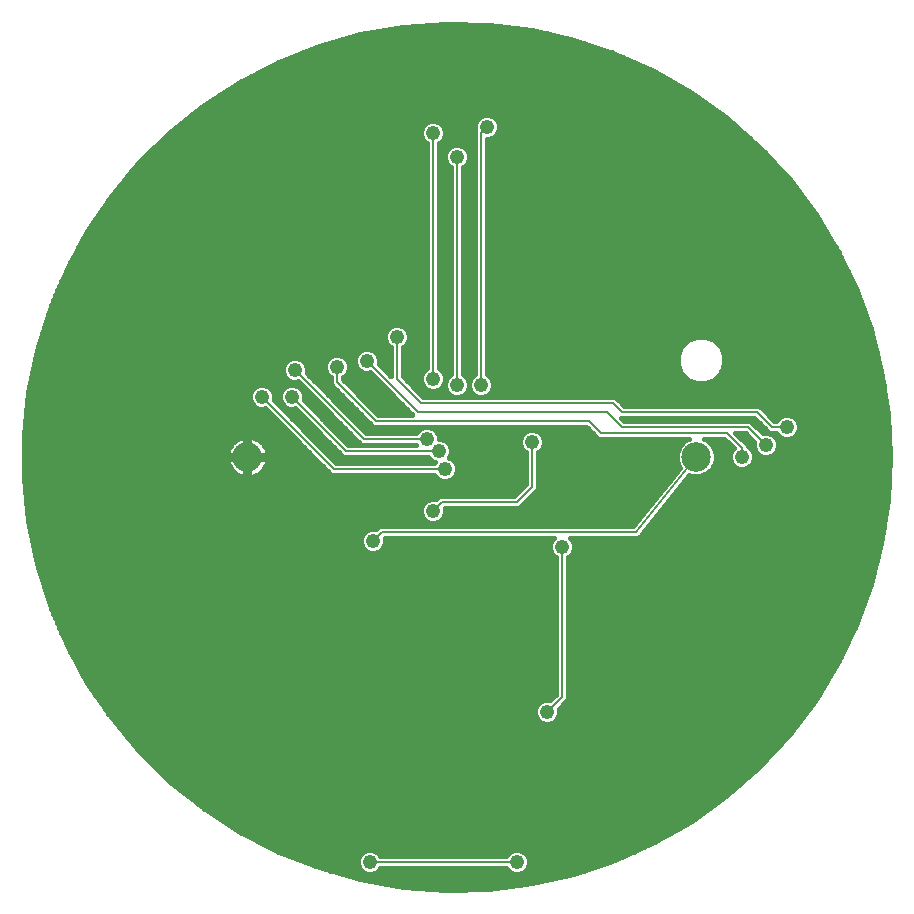
<source format=gbl>
G75*
G70*
%OFA0B0*%
%FSLAX24Y24*%
%IPPOS*%
%LPD*%
%AMOC8*
5,1,8,0,0,1.08239X$1,22.5*
%
%ADD10C,0.0984*%
%ADD11C,0.0160*%
%ADD12C,0.0480*%
%ADD13C,0.0080*%
D10*
X010708Y017688D03*
X025669Y017688D03*
D11*
X027947Y007541D02*
X007436Y007541D01*
X007599Y007383D02*
X027800Y007383D01*
X027771Y007351D02*
X026691Y006399D01*
X025523Y005558D01*
X024276Y004838D01*
X022964Y004246D01*
X021599Y003788D01*
X020196Y003468D01*
X018767Y003289D01*
X017328Y003253D01*
X015893Y003360D01*
X014475Y003610D01*
X013089Y004000D01*
X011749Y004526D01*
X010468Y005183D01*
X009259Y005964D01*
X008133Y006861D01*
X007103Y007866D01*
X006178Y008969D01*
X005367Y010159D01*
X004678Y011423D01*
X004119Y012749D01*
X003695Y014125D01*
X003409Y015536D01*
X003266Y016968D01*
X003266Y018408D01*
X003409Y019840D01*
X003695Y021251D01*
X004119Y022627D01*
X004678Y023953D01*
X005367Y025218D01*
X006178Y026407D01*
X007103Y027510D01*
X008133Y028515D01*
X009259Y029413D01*
X010468Y030194D01*
X011749Y030850D01*
X013089Y031376D01*
X014475Y031766D01*
X015893Y032016D01*
X017328Y032124D01*
X018767Y032088D01*
X020196Y031909D01*
X021599Y031588D01*
X022964Y031130D01*
X024276Y030538D01*
X025523Y029818D01*
X026691Y028978D01*
X027771Y028025D01*
X028750Y026970D01*
X029619Y025823D01*
X030370Y024594D01*
X030994Y023297D01*
X031487Y021944D01*
X031842Y020549D01*
X032056Y019126D01*
X032128Y017688D01*
X028068Y017688D01*
X028215Y017749D01*
X028327Y017862D01*
X028388Y018009D01*
X028388Y018168D01*
X028327Y018315D01*
X028215Y018427D01*
X028068Y018488D01*
X027909Y018488D01*
X027882Y018477D01*
X027471Y018888D01*
X027305Y018888D01*
X023271Y018888D01*
X023171Y018988D01*
X023271Y018988D01*
X027605Y018988D01*
X028105Y018488D01*
X028271Y018488D01*
X028338Y018488D01*
X028349Y018462D01*
X028462Y018349D01*
X028609Y018288D01*
X028768Y018288D01*
X028915Y018349D01*
X029027Y018462D01*
X029088Y018609D01*
X029088Y018768D01*
X029027Y018915D01*
X028915Y019027D01*
X028768Y019088D01*
X028609Y019088D01*
X028462Y019027D01*
X028349Y018915D01*
X028338Y018888D01*
X028271Y018888D01*
X027888Y019271D01*
X027771Y019388D01*
X023271Y019388D01*
X023088Y019571D01*
X022971Y019688D01*
X016571Y019688D01*
X015888Y020371D01*
X015888Y021338D01*
X015915Y021349D01*
X016027Y021462D01*
X016088Y021609D01*
X016088Y021768D01*
X016027Y021915D01*
X015915Y022027D01*
X015768Y022088D01*
X015609Y022088D01*
X015462Y022027D01*
X015349Y021915D01*
X015288Y021768D01*
X015288Y021609D01*
X015349Y021462D01*
X015462Y021349D01*
X015488Y021338D01*
X015488Y020371D01*
X015077Y020782D01*
X015088Y020809D01*
X015088Y020968D01*
X015027Y021115D01*
X014915Y021227D01*
X014768Y021288D01*
X014609Y021288D01*
X014462Y021227D01*
X014349Y021115D01*
X014288Y020968D01*
X014288Y020809D01*
X014349Y020662D01*
X014462Y020549D01*
X014609Y020488D01*
X014768Y020488D01*
X014794Y020499D01*
X016205Y019088D01*
X015071Y019088D01*
X013888Y020271D01*
X013888Y020338D01*
X013915Y020349D01*
X014027Y020462D01*
X014088Y020609D01*
X014088Y020768D01*
X014027Y020915D01*
X013915Y021027D01*
X013768Y021088D01*
X013609Y021088D01*
X013462Y021027D01*
X013349Y020915D01*
X013288Y020768D01*
X013288Y020609D01*
X013349Y020462D01*
X013462Y020349D01*
X013488Y020338D01*
X013488Y020105D01*
X013605Y019988D01*
X014905Y018688D01*
X015071Y018688D01*
X022005Y018688D01*
X022405Y018288D01*
X022571Y018288D01*
X025413Y018288D01*
X025299Y018241D01*
X025116Y018058D01*
X025016Y017818D01*
X025016Y017558D01*
X025116Y017319D01*
X025116Y017318D01*
X023574Y015390D01*
X015107Y015390D01*
X014994Y015277D01*
X014968Y015288D01*
X014809Y015288D01*
X014662Y015227D01*
X014549Y015115D01*
X014488Y014968D01*
X014488Y014809D01*
X014549Y014662D01*
X014662Y014549D01*
X014809Y014488D01*
X014968Y014488D01*
X015115Y014549D01*
X015227Y014662D01*
X015288Y014809D01*
X015288Y014968D01*
X015279Y014990D01*
X020924Y014990D01*
X020849Y014915D01*
X020788Y014768D01*
X020788Y014609D01*
X020849Y014462D01*
X020962Y014349D01*
X020988Y014338D01*
X020988Y009771D01*
X020794Y009577D01*
X020768Y009588D01*
X020609Y009588D01*
X020462Y009527D01*
X020349Y009415D01*
X020288Y009268D01*
X020288Y009109D01*
X020349Y008962D01*
X020462Y008849D01*
X020609Y008788D01*
X020768Y008788D01*
X020915Y008849D01*
X021027Y008962D01*
X021088Y009109D01*
X021088Y009268D01*
X021077Y009294D01*
X021388Y009605D01*
X021388Y009771D01*
X021388Y014338D01*
X021415Y014349D01*
X021527Y014462D01*
X021588Y014609D01*
X021588Y014768D01*
X021527Y014915D01*
X021452Y014990D01*
X023600Y014990D01*
X023610Y014982D01*
X023681Y014990D01*
X023753Y014990D01*
X023762Y014999D01*
X023774Y015000D01*
X023819Y015056D01*
X023870Y015107D01*
X023870Y015120D01*
X025437Y017078D01*
X025539Y017036D01*
X025798Y017036D01*
X026038Y017135D01*
X026221Y017319D01*
X026321Y017558D01*
X026321Y017818D01*
X026221Y018058D01*
X026038Y018241D01*
X025924Y018288D01*
X026605Y018288D01*
X026914Y017980D01*
X026849Y017915D01*
X026788Y017768D01*
X026788Y017609D01*
X026849Y017462D01*
X026962Y017349D01*
X027109Y017288D01*
X027268Y017288D01*
X027415Y017349D01*
X027527Y017462D01*
X027588Y017609D01*
X027588Y017768D01*
X027527Y017915D01*
X027415Y018027D01*
X027388Y018038D01*
X027388Y018071D01*
X026971Y018488D01*
X027305Y018488D01*
X027599Y018194D01*
X027588Y018168D01*
X027588Y018009D01*
X027649Y017862D01*
X027762Y017749D01*
X027909Y017688D01*
X027588Y017688D01*
X027555Y017530D02*
X032120Y017530D01*
X032128Y017688D02*
X032056Y016250D01*
X031842Y014827D01*
X031487Y013432D01*
X030994Y012079D01*
X030370Y010782D01*
X029619Y009554D01*
X028750Y008406D01*
X027771Y007351D01*
X027627Y007224D02*
X007761Y007224D01*
X007924Y007066D02*
X027448Y007066D01*
X027268Y006907D02*
X008086Y006907D01*
X008275Y006749D02*
X027088Y006749D01*
X026909Y006590D02*
X008473Y006590D01*
X008672Y006432D02*
X026729Y006432D01*
X026517Y006273D02*
X008871Y006273D01*
X009070Y006115D02*
X026296Y006115D01*
X026076Y005956D02*
X009271Y005956D01*
X009516Y005797D02*
X025855Y005797D01*
X025635Y005639D02*
X009762Y005639D01*
X010007Y005480D02*
X025388Y005480D01*
X025113Y005322D02*
X010253Y005322D01*
X010506Y005163D02*
X024839Y005163D01*
X024564Y005005D02*
X010815Y005005D01*
X011125Y004846D02*
X024289Y004846D01*
X023942Y004688D02*
X011434Y004688D01*
X011743Y004529D02*
X014566Y004529D01*
X014562Y004527D02*
X014449Y004415D01*
X014388Y004268D01*
X014388Y004109D01*
X014449Y003962D01*
X014562Y003849D01*
X014709Y003788D01*
X014868Y003788D01*
X015015Y003849D01*
X015127Y003962D01*
X015138Y003988D01*
X019338Y003988D01*
X019349Y003962D01*
X019462Y003849D01*
X019609Y003788D01*
X019768Y003788D01*
X019915Y003849D01*
X020027Y003962D01*
X020088Y004109D01*
X020088Y004268D01*
X020027Y004415D01*
X019915Y004527D01*
X019768Y004588D01*
X019609Y004588D01*
X019462Y004527D01*
X019349Y004415D01*
X019338Y004388D01*
X015138Y004388D01*
X015127Y004415D01*
X015015Y004527D01*
X014868Y004588D01*
X014709Y004588D01*
X014562Y004527D01*
X014431Y004371D02*
X012145Y004371D01*
X012549Y004212D02*
X014388Y004212D01*
X014411Y004053D02*
X012953Y004053D01*
X013463Y003895D02*
X014516Y003895D01*
X014659Y003578D02*
X020679Y003578D01*
X021374Y003736D02*
X014026Y003736D01*
X015061Y003895D02*
X019416Y003895D01*
X019466Y004529D02*
X015010Y004529D01*
X015558Y003419D02*
X019811Y003419D01*
X019961Y003895D02*
X021918Y003895D01*
X022390Y004053D02*
X020065Y004053D01*
X020088Y004212D02*
X022862Y004212D01*
X023239Y004371D02*
X020046Y004371D01*
X019910Y004529D02*
X023590Y004529D01*
X020820Y008810D02*
X029055Y008810D01*
X028935Y008651D02*
X006444Y008651D01*
X006311Y008810D02*
X020556Y008810D01*
X020346Y008968D02*
X006178Y008968D01*
X006070Y009127D02*
X020288Y009127D01*
X020296Y009285D02*
X005962Y009285D01*
X005854Y009444D02*
X020378Y009444D01*
X020820Y009602D02*
X005746Y009602D01*
X005638Y009761D02*
X020978Y009761D01*
X020988Y009920D02*
X005530Y009920D01*
X005422Y010078D02*
X020988Y010078D01*
X020988Y010237D02*
X005324Y010237D01*
X005238Y010395D02*
X020988Y010395D01*
X020988Y010554D02*
X005151Y010554D01*
X005065Y010712D02*
X020988Y010712D01*
X020988Y010871D02*
X004979Y010871D01*
X004892Y011029D02*
X020988Y011029D01*
X020988Y011188D02*
X004806Y011188D01*
X004720Y011346D02*
X020988Y011346D01*
X020988Y011505D02*
X004644Y011505D01*
X004577Y011664D02*
X020988Y011664D01*
X020988Y011822D02*
X004510Y011822D01*
X004443Y011981D02*
X020988Y011981D01*
X020988Y012139D02*
X004376Y012139D01*
X004309Y012298D02*
X020988Y012298D01*
X020988Y012456D02*
X004243Y012456D01*
X004176Y012615D02*
X020988Y012615D01*
X020988Y012773D02*
X004112Y012773D01*
X004063Y012932D02*
X020988Y012932D01*
X020988Y013090D02*
X004014Y013090D01*
X003965Y013249D02*
X020988Y013249D01*
X020988Y013408D02*
X003916Y013408D01*
X003867Y013566D02*
X020988Y013566D01*
X020988Y013725D02*
X003818Y013725D01*
X003769Y013883D02*
X020988Y013883D01*
X020988Y014042D02*
X003720Y014042D01*
X003679Y014200D02*
X020988Y014200D01*
X020952Y014359D02*
X003647Y014359D01*
X003615Y014517D02*
X014738Y014517D01*
X014543Y014676D02*
X003583Y014676D01*
X003551Y014834D02*
X014488Y014834D01*
X014499Y014993D02*
X003519Y014993D01*
X003487Y015151D02*
X014586Y015151D01*
X015027Y015310D02*
X003455Y015310D01*
X003423Y015469D02*
X023637Y015469D01*
X023764Y015627D02*
X017193Y015627D01*
X017227Y015662D02*
X017288Y015809D01*
X017288Y015968D01*
X017280Y015988D01*
X019771Y015988D01*
X019888Y016105D01*
X020388Y016605D01*
X020388Y016771D01*
X020388Y017838D01*
X020415Y017849D01*
X020527Y017962D01*
X020588Y018109D01*
X020588Y018268D01*
X020527Y018415D01*
X020415Y018527D01*
X020268Y018588D01*
X020109Y018588D01*
X019962Y018527D01*
X019849Y018415D01*
X019788Y018268D01*
X019788Y018109D01*
X019849Y017962D01*
X019962Y017849D01*
X019988Y017838D01*
X019988Y016771D01*
X019605Y016388D01*
X017271Y016388D01*
X017105Y016388D01*
X016994Y016277D01*
X016968Y016288D01*
X016809Y016288D01*
X016662Y016227D01*
X016549Y016115D01*
X016488Y015968D01*
X016488Y015809D01*
X016549Y015662D01*
X016662Y015549D01*
X016809Y015488D01*
X016968Y015488D01*
X017115Y015549D01*
X017227Y015662D01*
X017279Y015786D02*
X023891Y015786D01*
X024017Y015944D02*
X017288Y015944D01*
X016744Y016261D02*
X003337Y016261D01*
X003353Y016103D02*
X016544Y016103D01*
X016488Y015944D02*
X003369Y015944D01*
X003384Y015786D02*
X016498Y015786D01*
X016584Y015627D02*
X003400Y015627D01*
X003321Y016420D02*
X019637Y016420D01*
X019796Y016578D02*
X003305Y016578D01*
X003289Y016737D02*
X019954Y016737D01*
X019988Y016895D02*
X017385Y016895D01*
X017368Y016888D02*
X017515Y016949D01*
X017627Y017062D01*
X017688Y017209D01*
X017688Y017368D01*
X017627Y017515D01*
X017515Y017627D01*
X017428Y017663D01*
X017488Y017809D01*
X017488Y017968D01*
X017427Y018115D01*
X017315Y018227D01*
X017168Y018288D01*
X017088Y018288D01*
X017088Y018368D01*
X017027Y018515D01*
X016915Y018627D01*
X016768Y018688D01*
X016609Y018688D01*
X016462Y018627D01*
X016349Y018515D01*
X016338Y018488D01*
X014671Y018488D01*
X012677Y020482D01*
X012688Y020509D01*
X012688Y020668D01*
X012627Y020815D01*
X012515Y020927D01*
X012368Y020988D01*
X012209Y020988D01*
X012062Y020927D01*
X011949Y020815D01*
X011888Y020668D01*
X011888Y020509D01*
X011949Y020362D01*
X012062Y020249D01*
X012209Y020188D01*
X012368Y020188D01*
X012394Y020199D01*
X014505Y018088D01*
X014671Y018088D01*
X016338Y018088D01*
X014071Y018088D01*
X012577Y019582D01*
X012588Y019609D01*
X012588Y019768D01*
X012527Y019915D01*
X012415Y020027D01*
X012268Y020088D01*
X012109Y020088D01*
X011962Y020027D01*
X011849Y019915D01*
X011788Y019768D01*
X011788Y019609D01*
X011849Y019462D01*
X011962Y019349D01*
X012109Y019288D01*
X012268Y019288D01*
X012294Y019299D01*
X013905Y017688D01*
X013471Y017688D01*
X013630Y017530D02*
X016909Y017530D01*
X016948Y017513D02*
X016938Y017488D01*
X013671Y017488D01*
X011577Y019582D01*
X011588Y019609D01*
X011588Y019768D01*
X011527Y019915D01*
X011415Y020027D01*
X011268Y020088D01*
X011109Y020088D01*
X010962Y020027D01*
X010849Y019915D01*
X010788Y019768D01*
X010788Y019609D01*
X010849Y019462D01*
X010962Y019349D01*
X011109Y019288D01*
X011268Y019288D01*
X011294Y019299D01*
X013505Y017088D01*
X013671Y017088D01*
X016938Y017088D01*
X016949Y017062D01*
X017062Y016949D01*
X017209Y016888D01*
X017368Y016888D01*
X017191Y016895D02*
X003273Y016895D01*
X003266Y017054D02*
X010482Y017054D01*
X010491Y017050D02*
X010576Y017028D01*
X010640Y017019D01*
X010640Y017620D01*
X010776Y017620D01*
X010776Y017756D01*
X011377Y017756D01*
X011368Y017820D01*
X011346Y017905D01*
X011312Y017986D01*
X011268Y018062D01*
X011214Y018132D01*
X011152Y018195D01*
X011082Y018248D01*
X011006Y018292D01*
X010924Y018326D01*
X010839Y018349D01*
X010776Y018357D01*
X010776Y017756D01*
X010640Y017756D01*
X010640Y017620D01*
X010039Y017620D01*
X010047Y017557D01*
X010070Y017472D01*
X010104Y017390D01*
X010148Y017314D01*
X010201Y017244D01*
X010264Y017182D01*
X010334Y017128D01*
X010410Y017084D01*
X010491Y017050D01*
X010640Y017054D02*
X010776Y017054D01*
X010776Y017019D02*
X010839Y017028D01*
X010924Y017050D01*
X011006Y017084D01*
X011082Y017128D01*
X011152Y017182D01*
X011214Y017244D01*
X011268Y017314D01*
X011312Y017390D01*
X011346Y017472D01*
X011368Y017557D01*
X011377Y017620D01*
X010776Y017620D01*
X010776Y017019D01*
X010933Y017054D02*
X016957Y017054D01*
X016948Y017513D02*
X016862Y017549D01*
X016749Y017662D01*
X016738Y017688D01*
X014071Y017688D01*
X013905Y017688D01*
X013747Y017847D02*
X013312Y017847D01*
X013154Y018005D02*
X013588Y018005D01*
X013430Y018164D02*
X012995Y018164D01*
X012837Y018322D02*
X013271Y018322D01*
X013113Y018481D02*
X012678Y018481D01*
X012520Y018639D02*
X012954Y018639D01*
X012796Y018798D02*
X012361Y018798D01*
X012203Y018957D02*
X012637Y018957D01*
X012478Y019115D02*
X012044Y019115D01*
X011886Y019274D02*
X012320Y019274D01*
X012581Y019591D02*
X013003Y019591D01*
X012844Y019749D02*
X012588Y019749D01*
X012530Y019908D02*
X012686Y019908D01*
X012527Y020066D02*
X012320Y020066D01*
X012120Y020225D02*
X003487Y020225D01*
X003519Y020383D02*
X011940Y020383D01*
X011888Y020542D02*
X003551Y020542D01*
X003583Y020701D02*
X011902Y020701D01*
X011993Y020859D02*
X003615Y020859D01*
X003647Y021018D02*
X013452Y021018D01*
X013326Y020859D02*
X012583Y020859D01*
X012675Y020701D02*
X013288Y020701D01*
X013316Y020542D02*
X012688Y020542D01*
X012776Y020383D02*
X013427Y020383D01*
X013488Y020225D02*
X012934Y020225D01*
X013093Y020066D02*
X013527Y020066D01*
X013686Y019908D02*
X013251Y019908D01*
X013410Y019749D02*
X013844Y019749D01*
X014003Y019591D02*
X013568Y019591D01*
X013727Y019432D02*
X014161Y019432D01*
X014320Y019274D02*
X013886Y019274D01*
X014044Y019115D02*
X014478Y019115D01*
X014637Y018957D02*
X014203Y018957D01*
X014361Y018798D02*
X014796Y018798D01*
X014520Y018639D02*
X016491Y018639D01*
X016885Y018639D02*
X022054Y018639D01*
X022213Y018481D02*
X020461Y018481D01*
X020566Y018322D02*
X022371Y018322D01*
X023203Y018957D02*
X027637Y018957D01*
X027561Y018798D02*
X027796Y018798D01*
X027720Y018639D02*
X027954Y018639D01*
X027891Y018481D02*
X027878Y018481D01*
X028085Y018481D02*
X028341Y018481D01*
X028320Y018322D02*
X028526Y018322D01*
X028388Y018164D02*
X032104Y018164D01*
X032096Y018322D02*
X028850Y018322D01*
X029035Y018481D02*
X032089Y018481D01*
X032081Y018639D02*
X029088Y018639D01*
X029076Y018798D02*
X032073Y018798D01*
X032065Y018957D02*
X028985Y018957D01*
X028391Y018957D02*
X028203Y018957D01*
X028044Y019115D02*
X032057Y019115D01*
X032034Y019274D02*
X027886Y019274D01*
X027313Y018481D02*
X026978Y018481D01*
X027137Y018322D02*
X027471Y018322D01*
X027588Y018164D02*
X027295Y018164D01*
X027437Y018005D02*
X027590Y018005D01*
X027555Y017847D02*
X027664Y017847D01*
X027909Y017688D02*
X028068Y017688D01*
X028312Y017847D02*
X032120Y017847D01*
X032112Y018005D02*
X028387Y018005D01*
X027437Y017371D02*
X032112Y017371D01*
X032104Y017213D02*
X026115Y017213D01*
X026243Y017371D02*
X026940Y017371D01*
X026821Y017530D02*
X026309Y017530D01*
X026321Y017688D02*
X026788Y017688D01*
X026821Y017847D02*
X026309Y017847D01*
X026243Y018005D02*
X026888Y018005D01*
X026730Y018164D02*
X026115Y018164D01*
X025222Y018164D02*
X020588Y018164D01*
X020545Y018005D02*
X025094Y018005D01*
X025028Y017847D02*
X020409Y017847D01*
X020388Y017688D02*
X025016Y017688D01*
X025028Y017530D02*
X020388Y017530D01*
X020388Y017371D02*
X025094Y017371D01*
X025032Y017213D02*
X020388Y017213D01*
X020388Y017054D02*
X024905Y017054D01*
X024778Y016895D02*
X020388Y016895D01*
X020388Y016737D02*
X024652Y016737D01*
X024525Y016578D02*
X020361Y016578D01*
X020203Y016420D02*
X024398Y016420D01*
X024271Y016261D02*
X020044Y016261D01*
X019886Y016103D02*
X024144Y016103D01*
X024403Y015786D02*
X031986Y015786D01*
X032010Y015944D02*
X024530Y015944D01*
X024656Y016103D02*
X032034Y016103D01*
X032056Y016250D02*
X032056Y016250D01*
X032057Y016261D02*
X024783Y016261D01*
X024910Y016420D02*
X032065Y016420D01*
X032073Y016578D02*
X025037Y016578D01*
X025164Y016737D02*
X032081Y016737D01*
X032089Y016895D02*
X025290Y016895D01*
X025417Y017054D02*
X025495Y017054D01*
X025842Y017054D02*
X032097Y017054D01*
X031962Y015627D02*
X024276Y015627D01*
X024149Y015469D02*
X031939Y015469D01*
X031915Y015310D02*
X024022Y015310D01*
X023896Y015151D02*
X031891Y015151D01*
X031867Y014993D02*
X023756Y014993D01*
X021588Y014676D02*
X031803Y014676D01*
X031843Y014834D02*
X021561Y014834D01*
X021550Y014517D02*
X031763Y014517D01*
X031723Y014359D02*
X021424Y014359D01*
X021388Y014200D02*
X031682Y014200D01*
X031642Y014042D02*
X021388Y014042D01*
X021388Y013883D02*
X031602Y013883D01*
X031561Y013725D02*
X021388Y013725D01*
X021388Y013566D02*
X031521Y013566D01*
X031478Y013408D02*
X021388Y013408D01*
X021388Y013249D02*
X031420Y013249D01*
X031362Y013090D02*
X021388Y013090D01*
X021388Y012932D02*
X031305Y012932D01*
X031247Y012773D02*
X021388Y012773D01*
X021388Y012615D02*
X031189Y012615D01*
X031132Y012456D02*
X021388Y012456D01*
X021388Y012298D02*
X031074Y012298D01*
X031016Y012139D02*
X021388Y012139D01*
X021388Y011981D02*
X030947Y011981D01*
X030871Y011822D02*
X021388Y011822D01*
X021388Y011664D02*
X030794Y011664D01*
X030718Y011505D02*
X021388Y011505D01*
X021388Y011346D02*
X030641Y011346D01*
X030565Y011188D02*
X021388Y011188D01*
X021388Y011029D02*
X030489Y011029D01*
X030412Y010871D02*
X021388Y010871D01*
X021388Y010712D02*
X030327Y010712D01*
X030230Y010554D02*
X021388Y010554D01*
X021388Y010395D02*
X030133Y010395D01*
X030036Y010237D02*
X021388Y010237D01*
X021388Y010078D02*
X029939Y010078D01*
X029843Y009920D02*
X021388Y009920D01*
X021388Y009761D02*
X029746Y009761D01*
X029649Y009602D02*
X021385Y009602D01*
X021227Y009444D02*
X029536Y009444D01*
X029416Y009285D02*
X021081Y009285D01*
X021088Y009127D02*
X029296Y009127D01*
X029176Y008968D02*
X021030Y008968D01*
X020826Y014517D02*
X015038Y014517D01*
X015233Y014676D02*
X020788Y014676D01*
X020816Y014834D02*
X015288Y014834D01*
X013381Y017213D02*
X011183Y017213D01*
X011301Y017371D02*
X013222Y017371D01*
X013064Y017530D02*
X011361Y017530D01*
X011361Y017847D02*
X012747Y017847D01*
X012588Y018005D02*
X011301Y018005D01*
X011183Y018164D02*
X012430Y018164D01*
X012271Y018322D02*
X010933Y018322D01*
X010776Y018322D02*
X010640Y018322D01*
X010640Y018357D02*
X010576Y018349D01*
X010491Y018326D01*
X010410Y018292D01*
X010334Y018248D01*
X010264Y018195D01*
X010201Y018132D01*
X010148Y018062D01*
X010104Y017986D01*
X010070Y017905D01*
X010047Y017820D01*
X010039Y017756D01*
X010640Y017756D01*
X010640Y018357D01*
X010483Y018322D02*
X003266Y018322D01*
X003266Y018164D02*
X010233Y018164D01*
X010115Y018005D02*
X003266Y018005D01*
X003266Y017847D02*
X010055Y017847D01*
X010054Y017530D02*
X003266Y017530D01*
X003266Y017688D02*
X010640Y017688D01*
X010776Y017688D02*
X012905Y017688D01*
X013678Y018481D02*
X014113Y018481D01*
X014271Y018322D02*
X013837Y018322D01*
X013995Y018164D02*
X014430Y018164D01*
X013954Y018639D02*
X013520Y018639D01*
X013361Y018798D02*
X013796Y018798D01*
X013637Y018957D02*
X013203Y018957D01*
X013044Y019115D02*
X013478Y019115D01*
X013320Y019274D02*
X012886Y019274D01*
X012727Y019432D02*
X013161Y019432D01*
X014093Y020066D02*
X015227Y020066D01*
X015386Y019908D02*
X014251Y019908D01*
X014410Y019749D02*
X015544Y019749D01*
X015703Y019591D02*
X014568Y019591D01*
X014727Y019432D02*
X015861Y019432D01*
X016020Y019274D02*
X014886Y019274D01*
X015044Y019115D02*
X016178Y019115D01*
X016510Y019749D02*
X017461Y019749D01*
X017462Y019749D02*
X017609Y019688D01*
X017768Y019688D01*
X017915Y019749D01*
X018261Y019749D01*
X018262Y019749D02*
X018409Y019688D01*
X018568Y019688D01*
X018715Y019749D01*
X031962Y019749D01*
X031986Y019591D02*
X023068Y019591D01*
X023227Y019432D02*
X032010Y019432D01*
X031939Y019908D02*
X018846Y019908D01*
X018827Y019862D02*
X018888Y020009D01*
X018888Y020168D01*
X018827Y020315D01*
X018715Y020427D01*
X018688Y020438D01*
X018688Y028288D01*
X018768Y028288D01*
X018915Y028349D01*
X019027Y028462D01*
X019088Y028609D01*
X019088Y028768D01*
X019027Y028915D01*
X018915Y029027D01*
X018768Y029088D01*
X018609Y029088D01*
X018462Y029027D01*
X018349Y028915D01*
X018288Y028768D01*
X018288Y028609D01*
X018299Y028582D01*
X018288Y028571D01*
X018288Y028405D01*
X018288Y020438D01*
X018262Y020427D01*
X018149Y020315D01*
X018088Y020168D01*
X018027Y020315D01*
X017915Y020427D01*
X017888Y020438D01*
X017888Y027338D01*
X017915Y027349D01*
X018027Y027462D01*
X018088Y027609D01*
X018088Y027768D01*
X018027Y027915D01*
X017915Y028027D01*
X017768Y028088D01*
X017609Y028088D01*
X017462Y028027D01*
X017349Y027915D01*
X017288Y027768D01*
X017288Y027609D01*
X017349Y027462D01*
X017462Y027349D01*
X017488Y027338D01*
X017488Y020438D01*
X017462Y020427D01*
X017349Y020315D01*
X017288Y020168D01*
X017288Y020009D01*
X017349Y019862D01*
X017462Y019749D01*
X017330Y019908D02*
X017015Y019908D01*
X016968Y019888D02*
X017115Y019949D01*
X017227Y020062D01*
X017288Y020209D01*
X017288Y020368D01*
X017227Y020515D01*
X017115Y020627D01*
X017088Y020638D01*
X017088Y028138D01*
X017115Y028149D01*
X017227Y028262D01*
X017288Y028409D01*
X017288Y028568D01*
X017227Y028715D01*
X017115Y028827D01*
X016968Y028888D01*
X016809Y028888D01*
X016662Y028827D01*
X016549Y028715D01*
X016488Y028568D01*
X016488Y028409D01*
X016549Y028262D01*
X016662Y028149D01*
X016688Y028138D01*
X016688Y020638D01*
X016662Y020627D01*
X016549Y020515D01*
X016488Y020368D01*
X016488Y020209D01*
X016549Y020062D01*
X016662Y019949D01*
X016809Y019888D01*
X016968Y019888D01*
X016761Y019908D02*
X016351Y019908D01*
X016193Y020066D02*
X016547Y020066D01*
X016488Y020225D02*
X016034Y020225D01*
X015888Y020383D02*
X016495Y020383D01*
X016576Y020542D02*
X015888Y020542D01*
X015888Y020701D02*
X016688Y020701D01*
X016688Y020859D02*
X015888Y020859D01*
X015888Y021018D02*
X016688Y021018D01*
X016688Y021176D02*
X015888Y021176D01*
X015888Y021335D02*
X016688Y021335D01*
X016688Y021493D02*
X016040Y021493D01*
X016088Y021652D02*
X016688Y021652D01*
X016688Y021810D02*
X016071Y021810D01*
X015973Y021969D02*
X016688Y021969D01*
X016688Y022127D02*
X003965Y022127D01*
X003916Y021969D02*
X015403Y021969D01*
X015306Y021810D02*
X003867Y021810D01*
X003818Y021652D02*
X015288Y021652D01*
X015336Y021493D02*
X003769Y021493D01*
X003720Y021335D02*
X015488Y021335D01*
X015488Y021176D02*
X014966Y021176D01*
X015068Y021018D02*
X015488Y021018D01*
X015488Y020859D02*
X015088Y020859D01*
X015159Y020701D02*
X015488Y020701D01*
X015488Y020542D02*
X015317Y020542D01*
X015476Y020383D02*
X015488Y020383D01*
X015069Y020225D02*
X013934Y020225D01*
X013949Y020383D02*
X014910Y020383D01*
X014479Y020542D02*
X014061Y020542D01*
X014088Y020701D02*
X014333Y020701D01*
X014288Y020859D02*
X014050Y020859D01*
X013924Y021018D02*
X014309Y021018D01*
X014410Y021176D02*
X003679Y021176D01*
X003455Y020066D02*
X011056Y020066D01*
X010846Y019908D02*
X003423Y019908D01*
X003400Y019749D02*
X010788Y019749D01*
X010796Y019591D02*
X003384Y019591D01*
X003369Y019432D02*
X010879Y019432D01*
X011320Y019274D02*
X003353Y019274D01*
X003337Y019115D02*
X011478Y019115D01*
X011637Y018957D02*
X003321Y018957D01*
X003305Y018798D02*
X011796Y018798D01*
X011954Y018639D02*
X003289Y018639D01*
X003273Y018481D02*
X012113Y018481D01*
X011879Y019432D02*
X011727Y019432D01*
X011796Y019591D02*
X011581Y019591D01*
X011588Y019749D02*
X011788Y019749D01*
X011846Y019908D02*
X011530Y019908D01*
X011320Y020066D02*
X012056Y020066D01*
X010776Y018164D02*
X010640Y018164D01*
X010640Y018005D02*
X010776Y018005D01*
X010776Y017847D02*
X010640Y017847D01*
X010640Y017530D02*
X010776Y017530D01*
X010776Y017371D02*
X010640Y017371D01*
X010640Y017213D02*
X010776Y017213D01*
X010233Y017213D02*
X003266Y017213D01*
X003266Y017371D02*
X010115Y017371D01*
X004309Y023079D02*
X016688Y023079D01*
X016688Y023237D02*
X004376Y023237D01*
X004443Y023396D02*
X016688Y023396D01*
X016688Y023554D02*
X004510Y023554D01*
X004577Y023713D02*
X016688Y023713D01*
X016688Y023871D02*
X004644Y023871D01*
X004720Y024030D02*
X016688Y024030D01*
X016688Y024188D02*
X004806Y024188D01*
X004892Y024347D02*
X016688Y024347D01*
X016688Y024506D02*
X004979Y024506D01*
X005065Y024664D02*
X016688Y024664D01*
X016688Y024823D02*
X005151Y024823D01*
X005238Y024981D02*
X016688Y024981D01*
X016688Y025140D02*
X005324Y025140D01*
X005422Y025298D02*
X016688Y025298D01*
X016688Y025457D02*
X005530Y025457D01*
X005638Y025615D02*
X016688Y025615D01*
X016688Y025774D02*
X005746Y025774D01*
X005854Y025932D02*
X016688Y025932D01*
X016688Y026091D02*
X005962Y026091D01*
X006070Y026250D02*
X016688Y026250D01*
X016688Y026408D02*
X006178Y026408D01*
X006178Y026407D02*
X006178Y026407D01*
X006311Y026567D02*
X016688Y026567D01*
X016688Y026725D02*
X006444Y026725D01*
X006577Y026884D02*
X016688Y026884D01*
X016688Y027042D02*
X006710Y027042D01*
X006843Y027201D02*
X016688Y027201D01*
X016688Y027359D02*
X006976Y027359D01*
X007103Y027510D02*
X007103Y027510D01*
X007111Y027518D02*
X016688Y027518D01*
X016688Y027676D02*
X007274Y027676D01*
X007436Y027835D02*
X016688Y027835D01*
X016688Y027994D02*
X007599Y027994D01*
X007761Y028152D02*
X016659Y028152D01*
X016529Y028311D02*
X007924Y028311D01*
X008086Y028469D02*
X016488Y028469D01*
X016513Y028628D02*
X008275Y028628D01*
X008473Y028786D02*
X016621Y028786D01*
X017156Y028786D02*
X018296Y028786D01*
X018288Y028628D02*
X017263Y028628D01*
X017288Y028469D02*
X018288Y028469D01*
X018288Y028311D02*
X017248Y028311D01*
X017118Y028152D02*
X018288Y028152D01*
X018288Y027994D02*
X017949Y027994D01*
X018060Y027835D02*
X018288Y027835D01*
X018288Y027676D02*
X018088Y027676D01*
X018051Y027518D02*
X018288Y027518D01*
X018288Y027359D02*
X017925Y027359D01*
X017888Y027201D02*
X018288Y027201D01*
X018288Y027042D02*
X017888Y027042D01*
X017888Y026884D02*
X018288Y026884D01*
X018288Y026725D02*
X017888Y026725D01*
X017888Y026567D02*
X018288Y026567D01*
X018288Y026408D02*
X017888Y026408D01*
X017888Y026250D02*
X018288Y026250D01*
X018288Y026091D02*
X017888Y026091D01*
X017888Y025932D02*
X018288Y025932D01*
X018288Y025774D02*
X017888Y025774D01*
X017888Y025615D02*
X018288Y025615D01*
X018288Y025457D02*
X017888Y025457D01*
X017888Y025298D02*
X018288Y025298D01*
X018288Y025140D02*
X017888Y025140D01*
X017888Y024981D02*
X018288Y024981D01*
X018288Y024823D02*
X017888Y024823D01*
X017888Y024664D02*
X018288Y024664D01*
X018288Y024506D02*
X017888Y024506D01*
X017888Y024347D02*
X018288Y024347D01*
X018288Y024188D02*
X017888Y024188D01*
X017888Y024030D02*
X018288Y024030D01*
X018288Y023871D02*
X017888Y023871D01*
X017888Y023713D02*
X018288Y023713D01*
X018288Y023554D02*
X017888Y023554D01*
X017888Y023396D02*
X018288Y023396D01*
X018288Y023237D02*
X017888Y023237D01*
X017888Y023079D02*
X018288Y023079D01*
X018288Y022920D02*
X017888Y022920D01*
X017888Y022762D02*
X018288Y022762D01*
X018288Y022603D02*
X017888Y022603D01*
X017888Y022444D02*
X018288Y022444D01*
X018288Y022286D02*
X017888Y022286D01*
X017888Y022127D02*
X018288Y022127D01*
X018288Y021969D02*
X017888Y021969D01*
X017888Y021810D02*
X018288Y021810D01*
X018288Y021652D02*
X017888Y021652D01*
X017888Y021493D02*
X018288Y021493D01*
X018288Y021335D02*
X017888Y021335D01*
X017888Y021176D02*
X018288Y021176D01*
X018288Y021018D02*
X017888Y021018D01*
X017888Y020859D02*
X018288Y020859D01*
X018288Y020701D02*
X017888Y020701D01*
X017888Y020542D02*
X018288Y020542D01*
X018218Y020383D02*
X017959Y020383D01*
X018064Y020225D02*
X018112Y020225D01*
X018088Y020168D02*
X018088Y020009D01*
X018027Y019862D01*
X017915Y019749D01*
X018046Y019908D02*
X018130Y019908D01*
X018149Y019862D02*
X018262Y019749D01*
X018149Y019862D02*
X018088Y020009D01*
X018088Y020168D01*
X018088Y020066D02*
X018088Y020066D01*
X018715Y019749D02*
X018827Y019862D01*
X018888Y020066D02*
X031915Y020066D01*
X031891Y020225D02*
X026182Y020225D01*
X026265Y020259D02*
X026483Y020477D01*
X026601Y020762D01*
X026601Y021071D01*
X026483Y021356D01*
X026265Y021574D01*
X025980Y021692D01*
X025672Y021692D01*
X025387Y021574D01*
X025169Y021356D01*
X025051Y021071D01*
X025051Y020762D01*
X025169Y020477D01*
X025387Y020259D01*
X025672Y020141D01*
X025980Y020141D01*
X026265Y020259D01*
X026389Y020383D02*
X031867Y020383D01*
X031843Y020542D02*
X026510Y020542D01*
X026576Y020701D02*
X031803Y020701D01*
X031763Y020859D02*
X026601Y020859D01*
X026601Y021018D02*
X031723Y021018D01*
X031682Y021176D02*
X026558Y021176D01*
X026492Y021335D02*
X031642Y021335D01*
X031602Y021493D02*
X026346Y021493D01*
X026077Y021652D02*
X031561Y021652D01*
X031521Y021810D02*
X018688Y021810D01*
X018688Y021652D02*
X025575Y021652D01*
X025306Y021493D02*
X018688Y021493D01*
X018688Y021335D02*
X025160Y021335D01*
X025094Y021176D02*
X018688Y021176D01*
X018688Y021018D02*
X025051Y021018D01*
X025051Y020859D02*
X018688Y020859D01*
X018688Y020701D02*
X025076Y020701D01*
X025142Y020542D02*
X018688Y020542D01*
X018759Y020383D02*
X025263Y020383D01*
X025470Y020225D02*
X018864Y020225D01*
X017488Y020542D02*
X017200Y020542D01*
X017282Y020383D02*
X017418Y020383D01*
X017312Y020225D02*
X017288Y020225D01*
X017288Y020066D02*
X017229Y020066D01*
X017088Y020701D02*
X017488Y020701D01*
X017488Y020859D02*
X017088Y020859D01*
X017088Y021018D02*
X017488Y021018D01*
X017488Y021176D02*
X017088Y021176D01*
X017088Y021335D02*
X017488Y021335D01*
X017488Y021493D02*
X017088Y021493D01*
X017088Y021652D02*
X017488Y021652D01*
X017488Y021810D02*
X017088Y021810D01*
X017088Y021969D02*
X017488Y021969D01*
X017488Y022127D02*
X017088Y022127D01*
X017088Y022286D02*
X017488Y022286D01*
X017488Y022444D02*
X017088Y022444D01*
X017088Y022603D02*
X017488Y022603D01*
X017488Y022762D02*
X017088Y022762D01*
X017088Y022920D02*
X017488Y022920D01*
X017488Y023079D02*
X017088Y023079D01*
X017088Y023237D02*
X017488Y023237D01*
X017488Y023396D02*
X017088Y023396D01*
X017088Y023554D02*
X017488Y023554D01*
X017488Y023713D02*
X017088Y023713D01*
X017088Y023871D02*
X017488Y023871D01*
X017488Y024030D02*
X017088Y024030D01*
X017088Y024188D02*
X017488Y024188D01*
X017488Y024347D02*
X017088Y024347D01*
X017088Y024506D02*
X017488Y024506D01*
X017488Y024664D02*
X017088Y024664D01*
X017088Y024823D02*
X017488Y024823D01*
X017488Y024981D02*
X017088Y024981D01*
X017088Y025140D02*
X017488Y025140D01*
X017488Y025298D02*
X017088Y025298D01*
X017088Y025457D02*
X017488Y025457D01*
X017488Y025615D02*
X017088Y025615D01*
X017088Y025774D02*
X017488Y025774D01*
X017488Y025932D02*
X017088Y025932D01*
X017088Y026091D02*
X017488Y026091D01*
X017488Y026250D02*
X017088Y026250D01*
X017088Y026408D02*
X017488Y026408D01*
X017488Y026567D02*
X017088Y026567D01*
X017088Y026725D02*
X017488Y026725D01*
X017488Y026884D02*
X017088Y026884D01*
X017088Y027042D02*
X017488Y027042D01*
X017488Y027201D02*
X017088Y027201D01*
X017088Y027359D02*
X017451Y027359D01*
X017326Y027518D02*
X017088Y027518D01*
X017088Y027676D02*
X017288Y027676D01*
X017316Y027835D02*
X017088Y027835D01*
X017088Y027994D02*
X017428Y027994D01*
X018379Y028945D02*
X008672Y028945D01*
X008871Y029103D02*
X026517Y029103D01*
X026729Y028945D02*
X018997Y028945D01*
X019081Y028786D02*
X026908Y028786D01*
X027088Y028628D02*
X019088Y028628D01*
X019030Y028469D02*
X027268Y028469D01*
X027447Y028311D02*
X018822Y028311D01*
X018688Y028152D02*
X027627Y028152D01*
X027800Y027994D02*
X018688Y027994D01*
X018688Y027835D02*
X027947Y027835D01*
X028094Y027676D02*
X018688Y027676D01*
X018688Y027518D02*
X028241Y027518D01*
X028389Y027359D02*
X018688Y027359D01*
X018688Y027201D02*
X028536Y027201D01*
X028683Y027042D02*
X018688Y027042D01*
X018688Y026884D02*
X028815Y026884D01*
X028935Y026725D02*
X018688Y026725D01*
X018688Y026567D02*
X029055Y026567D01*
X029176Y026408D02*
X018688Y026408D01*
X018688Y026250D02*
X029296Y026250D01*
X029416Y026091D02*
X018688Y026091D01*
X018688Y025932D02*
X029536Y025932D01*
X029649Y025774D02*
X018688Y025774D01*
X018688Y025615D02*
X029746Y025615D01*
X029843Y025457D02*
X018688Y025457D01*
X018688Y025298D02*
X029939Y025298D01*
X030036Y025140D02*
X018688Y025140D01*
X018688Y024981D02*
X030133Y024981D01*
X030230Y024823D02*
X018688Y024823D01*
X018688Y024664D02*
X030327Y024664D01*
X030412Y024506D02*
X018688Y024506D01*
X018688Y024347D02*
X030489Y024347D01*
X030565Y024188D02*
X018688Y024188D01*
X018688Y024030D02*
X030641Y024030D01*
X030718Y023871D02*
X018688Y023871D01*
X018688Y023713D02*
X030794Y023713D01*
X030870Y023554D02*
X018688Y023554D01*
X018688Y023396D02*
X030947Y023396D01*
X031016Y023237D02*
X018688Y023237D01*
X018688Y023079D02*
X031074Y023079D01*
X031132Y022920D02*
X018688Y022920D01*
X018688Y022762D02*
X031189Y022762D01*
X031247Y022603D02*
X018688Y022603D01*
X018688Y022444D02*
X031305Y022444D01*
X031362Y022286D02*
X018688Y022286D01*
X018688Y022127D02*
X031420Y022127D01*
X031478Y021969D02*
X018688Y021969D01*
X016688Y022286D02*
X004014Y022286D01*
X004063Y022444D02*
X016688Y022444D01*
X016688Y022603D02*
X004112Y022603D01*
X004176Y022762D02*
X016688Y022762D01*
X016688Y022920D02*
X004243Y022920D01*
X009070Y029262D02*
X026296Y029262D01*
X026076Y029420D02*
X009271Y029420D01*
X009516Y029579D02*
X025855Y029579D01*
X025635Y029737D02*
X009762Y029737D01*
X010007Y029896D02*
X025388Y029896D01*
X025113Y030055D02*
X010253Y030055D01*
X010506Y030213D02*
X024838Y030213D01*
X024564Y030372D02*
X010815Y030372D01*
X011125Y030530D02*
X024289Y030530D01*
X023942Y030689D02*
X011434Y030689D01*
X011743Y030847D02*
X023590Y030847D01*
X023239Y031006D02*
X012145Y031006D01*
X012549Y031164D02*
X022861Y031164D01*
X022389Y031323D02*
X012953Y031323D01*
X013463Y031481D02*
X021918Y031481D01*
X021373Y031640D02*
X014027Y031640D01*
X014659Y031799D02*
X020679Y031799D01*
X019810Y031957D02*
X015558Y031957D01*
X017220Y032116D02*
X017652Y032116D01*
X017041Y018481D02*
X019915Y018481D01*
X019811Y018322D02*
X017088Y018322D01*
X017378Y018164D02*
X019788Y018164D01*
X019831Y018005D02*
X017473Y018005D01*
X017488Y017847D02*
X019967Y017847D01*
X019988Y017688D02*
X017438Y017688D01*
X017612Y017530D02*
X019988Y017530D01*
X019988Y017371D02*
X017687Y017371D01*
X017688Y017213D02*
X019988Y017213D01*
X019988Y017054D02*
X017620Y017054D01*
X016338Y018088D02*
X016338Y018088D01*
X006577Y008493D02*
X028815Y008493D01*
X028683Y008334D02*
X006710Y008334D01*
X006844Y008176D02*
X028536Y008176D01*
X028389Y008017D02*
X006977Y008017D01*
X007111Y007859D02*
X028242Y007859D01*
X028094Y007700D02*
X007274Y007700D01*
X017220Y003261D02*
X017653Y003261D01*
D12*
X019688Y004188D03*
X014788Y004188D03*
X020688Y009188D03*
X021188Y014688D03*
X020188Y018188D03*
X018488Y020088D03*
X017688Y020088D03*
X016888Y020288D03*
X015688Y021688D03*
X014688Y020888D03*
X013688Y020688D03*
X012288Y020588D03*
X012188Y019688D03*
X011188Y019688D03*
X014988Y015488D03*
X014888Y014888D03*
X016888Y015888D03*
X017488Y015688D03*
X017288Y017288D03*
X017088Y017888D03*
X016688Y018288D03*
X017688Y027688D03*
X016888Y028488D03*
X018688Y028688D03*
X028688Y018688D03*
X027988Y018088D03*
X027188Y017688D03*
D13*
X027188Y017988D01*
X026688Y018488D01*
X022488Y018488D01*
X022088Y018888D01*
X014988Y018888D01*
X013688Y020188D01*
X013688Y020688D01*
X014688Y020888D02*
X016388Y019188D01*
X022688Y019188D01*
X023188Y018688D01*
X027388Y018688D01*
X027988Y018088D01*
X028188Y018688D02*
X027688Y019188D01*
X023188Y019188D01*
X022888Y019488D01*
X016488Y019488D01*
X015688Y020288D01*
X015688Y021688D01*
X016888Y020288D02*
X016888Y028488D01*
X017688Y027688D02*
X017688Y020088D01*
X018488Y020088D02*
X018488Y028488D01*
X018688Y028688D01*
X012288Y020588D02*
X014588Y018288D01*
X016688Y018288D01*
X017088Y017888D02*
X013988Y017888D01*
X012188Y019688D01*
X011188Y019688D02*
X013588Y017288D01*
X017288Y017288D01*
X017188Y016188D02*
X016888Y015888D01*
X017188Y016188D02*
X019688Y016188D01*
X020188Y016688D01*
X020188Y018188D01*
X017488Y015688D02*
X017288Y015488D01*
X014988Y015488D01*
X015190Y015190D02*
X014888Y014888D01*
X015190Y015190D02*
X023670Y015190D01*
X025669Y017688D01*
X028188Y018688D02*
X028688Y018688D01*
X021188Y014688D02*
X021188Y009688D01*
X020688Y009188D01*
X019688Y004188D02*
X014788Y004188D01*
M02*

</source>
